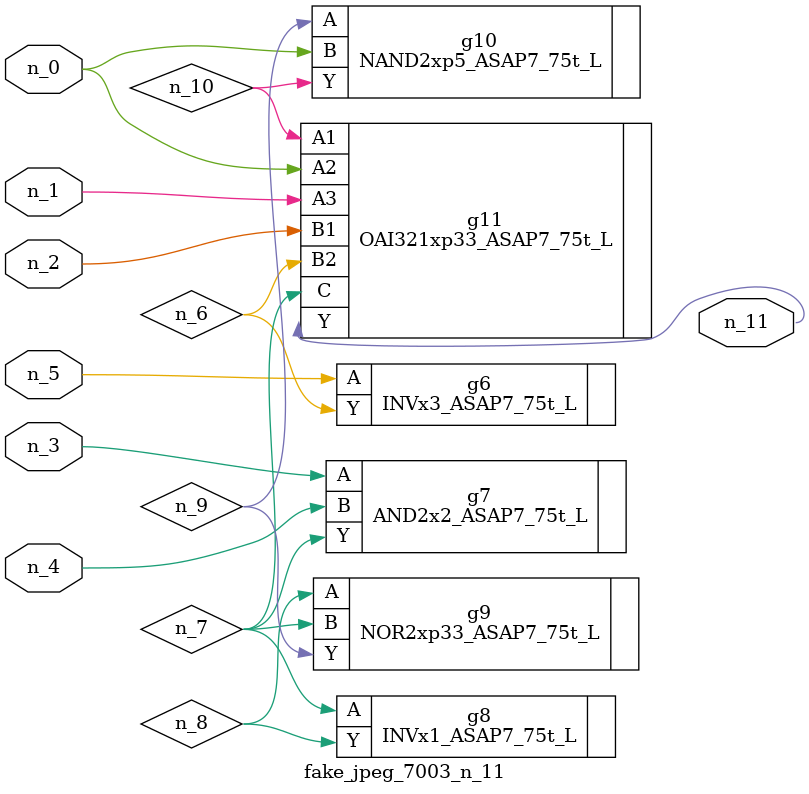
<source format=v>
module fake_jpeg_7003_n_11 (n_3, n_2, n_1, n_0, n_4, n_5, n_11);

input n_3;
input n_2;
input n_1;
input n_0;
input n_4;
input n_5;

output n_11;

wire n_10;
wire n_8;
wire n_9;
wire n_6;
wire n_7;

INVx3_ASAP7_75t_L g6 ( 
.A(n_5),
.Y(n_6)
);

AND2x2_ASAP7_75t_L g7 ( 
.A(n_3),
.B(n_4),
.Y(n_7)
);

INVx1_ASAP7_75t_L g8 ( 
.A(n_7),
.Y(n_8)
);

NOR2xp33_ASAP7_75t_L g9 ( 
.A(n_8),
.B(n_7),
.Y(n_9)
);

NAND2xp5_ASAP7_75t_L g10 ( 
.A(n_9),
.B(n_0),
.Y(n_10)
);

OAI321xp33_ASAP7_75t_L g11 ( 
.A1(n_10),
.A2(n_0),
.A3(n_1),
.B1(n_2),
.B2(n_6),
.C(n_7),
.Y(n_11)
);


endmodule
</source>
